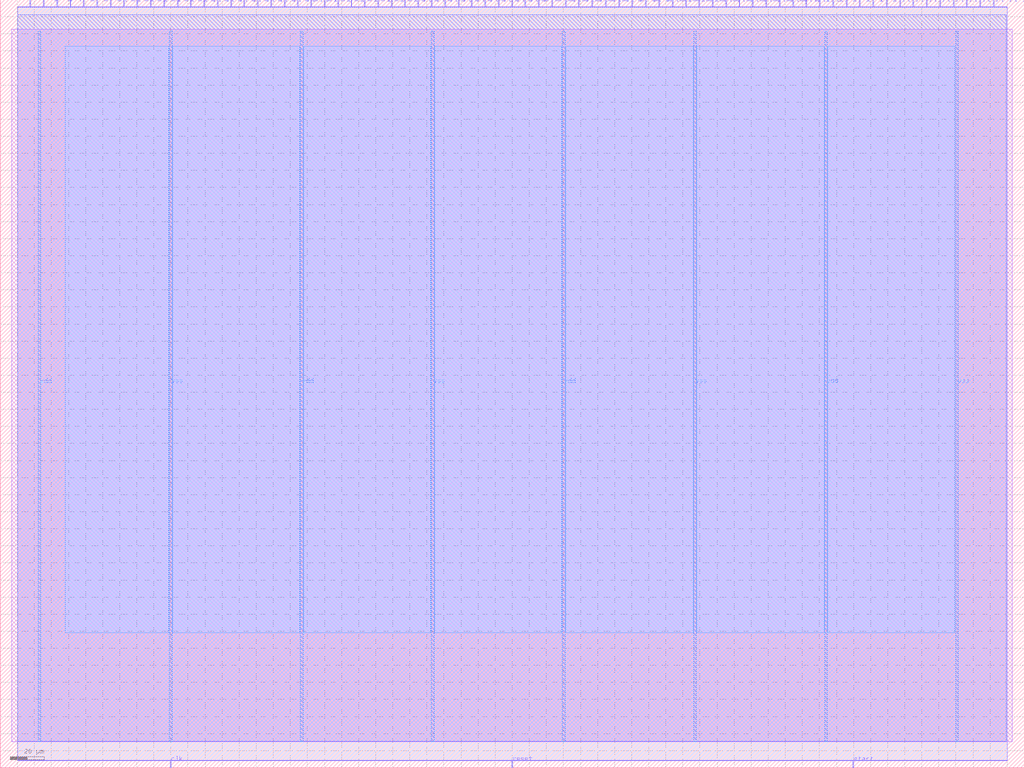
<source format=lef>
VERSION 5.7 ;
  NOWIREEXTENSIONATPIN ON ;
  DIVIDERCHAR "/" ;
  BUSBITCHARS "[]" ;
MACRO processor
  CLASS BLOCK ;
  FOREIGN processor ;
  ORIGIN 0.000 0.000 ;
  SIZE 600.000 BY 450.000 ;
  PIN Dataw_en
    DIRECTION OUTPUT TRISTATE ;
    USE SIGNAL ;
    PORT
      LAYER Metal2 ;
        RECT 40.880 446.000 41.440 450.000 ;
    END
  END Dataw_en
  PIN Serial_input
    DIRECTION INPUT ;
    USE SIGNAL ;
    PORT
      LAYER Metal2 ;
        RECT 25.200 446.000 25.760 450.000 ;
    END
  END Serial_input
  PIN Serial_output
    DIRECTION OUTPUT TRISTATE ;
    USE SIGNAL ;
    PORT
      LAYER Metal2 ;
        RECT 17.360 446.000 17.920 450.000 ;
    END
  END Serial_output
  PIN clk
    DIRECTION INPUT ;
    USE SIGNAL ;
    PORT
      LAYER Metal2 ;
        RECT 99.680 0.000 100.240 4.000 ;
    END
  END clk
  PIN data_mem_addr[0]
    DIRECTION OUTPUT TRISTATE ;
    USE SIGNAL ;
    PORT
      LAYER Metal2 ;
        RECT 354.480 446.000 355.040 450.000 ;
    END
  END data_mem_addr[0]
  PIN data_mem_addr[1]
    DIRECTION OUTPUT TRISTATE ;
    USE SIGNAL ;
    PORT
      LAYER Metal2 ;
        RECT 346.640 446.000 347.200 450.000 ;
    END
  END data_mem_addr[1]
  PIN data_mem_addr[2]
    DIRECTION OUTPUT TRISTATE ;
    USE SIGNAL ;
    PORT
      LAYER Metal2 ;
        RECT 338.800 446.000 339.360 450.000 ;
    END
  END data_mem_addr[2]
  PIN data_mem_addr[3]
    DIRECTION OUTPUT TRISTATE ;
    USE SIGNAL ;
    PORT
      LAYER Metal2 ;
        RECT 330.960 446.000 331.520 450.000 ;
    END
  END data_mem_addr[3]
  PIN data_mem_addr[4]
    DIRECTION OUTPUT TRISTATE ;
    USE SIGNAL ;
    PORT
      LAYER Metal2 ;
        RECT 323.120 446.000 323.680 450.000 ;
    END
  END data_mem_addr[4]
  PIN data_mem_addr[5]
    DIRECTION OUTPUT TRISTATE ;
    USE SIGNAL ;
    PORT
      LAYER Metal2 ;
        RECT 315.280 446.000 315.840 450.000 ;
    END
  END data_mem_addr[5]
  PIN data_mem_addr[6]
    DIRECTION OUTPUT TRISTATE ;
    USE SIGNAL ;
    PORT
      LAYER Metal2 ;
        RECT 307.440 446.000 308.000 450.000 ;
    END
  END data_mem_addr[6]
  PIN data_mem_addr[7]
    DIRECTION OUTPUT TRISTATE ;
    USE SIGNAL ;
    PORT
      LAYER Metal2 ;
        RECT 299.600 446.000 300.160 450.000 ;
    END
  END data_mem_addr[7]
  PIN hlt
    DIRECTION OUTPUT TRISTATE ;
    USE SIGNAL ;
    PORT
      LAYER Metal2 ;
        RECT 33.040 446.000 33.600 450.000 ;
    END
  END hlt
  PIN instr[0]
    DIRECTION INPUT ;
    USE SIGNAL ;
    PORT
      LAYER Metal2 ;
        RECT 581.840 446.000 582.400 450.000 ;
    END
  END instr[0]
  PIN instr[10]
    DIRECTION INPUT ;
    USE SIGNAL ;
    PORT
      LAYER Metal2 ;
        RECT 503.440 446.000 504.000 450.000 ;
    END
  END instr[10]
  PIN instr[11]
    DIRECTION INPUT ;
    USE SIGNAL ;
    PORT
      LAYER Metal2 ;
        RECT 495.600 446.000 496.160 450.000 ;
    END
  END instr[11]
  PIN instr[12]
    DIRECTION INPUT ;
    USE SIGNAL ;
    PORT
      LAYER Metal2 ;
        RECT 487.760 446.000 488.320 450.000 ;
    END
  END instr[12]
  PIN instr[13]
    DIRECTION INPUT ;
    USE SIGNAL ;
    PORT
      LAYER Metal2 ;
        RECT 479.920 446.000 480.480 450.000 ;
    END
  END instr[13]
  PIN instr[14]
    DIRECTION INPUT ;
    USE SIGNAL ;
    PORT
      LAYER Metal2 ;
        RECT 472.080 446.000 472.640 450.000 ;
    END
  END instr[14]
  PIN instr[15]
    DIRECTION INPUT ;
    USE SIGNAL ;
    PORT
      LAYER Metal2 ;
        RECT 464.240 446.000 464.800 450.000 ;
    END
  END instr[15]
  PIN instr[1]
    DIRECTION INPUT ;
    USE SIGNAL ;
    PORT
      LAYER Metal2 ;
        RECT 574.000 446.000 574.560 450.000 ;
    END
  END instr[1]
  PIN instr[2]
    DIRECTION INPUT ;
    USE SIGNAL ;
    PORT
      LAYER Metal2 ;
        RECT 566.160 446.000 566.720 450.000 ;
    END
  END instr[2]
  PIN instr[3]
    DIRECTION INPUT ;
    USE SIGNAL ;
    PORT
      LAYER Metal2 ;
        RECT 558.320 446.000 558.880 450.000 ;
    END
  END instr[3]
  PIN instr[4]
    DIRECTION INPUT ;
    USE SIGNAL ;
    PORT
      LAYER Metal2 ;
        RECT 550.480 446.000 551.040 450.000 ;
    END
  END instr[4]
  PIN instr[5]
    DIRECTION INPUT ;
    USE SIGNAL ;
    PORT
      LAYER Metal2 ;
        RECT 542.640 446.000 543.200 450.000 ;
    END
  END instr[5]
  PIN instr[6]
    DIRECTION INPUT ;
    USE SIGNAL ;
    PORT
      LAYER Metal2 ;
        RECT 534.800 446.000 535.360 450.000 ;
    END
  END instr[6]
  PIN instr[7]
    DIRECTION INPUT ;
    USE SIGNAL ;
    PORT
      LAYER Metal2 ;
        RECT 526.960 446.000 527.520 450.000 ;
    END
  END instr[7]
  PIN instr[8]
    DIRECTION INPUT ;
    USE SIGNAL ;
    PORT
      LAYER Metal2 ;
        RECT 519.120 446.000 519.680 450.000 ;
    END
  END instr[8]
  PIN instr[9]
    DIRECTION INPUT ;
    USE SIGNAL ;
    PORT
      LAYER Metal2 ;
        RECT 511.280 446.000 511.840 450.000 ;
    END
  END instr[9]
  PIN instr_mem_addr[0]
    DIRECTION OUTPUT TRISTATE ;
    USE SIGNAL ;
    PORT
      LAYER Metal2 ;
        RECT 456.400 446.000 456.960 450.000 ;
    END
  END instr_mem_addr[0]
  PIN instr_mem_addr[10]
    DIRECTION OUTPUT TRISTATE ;
    USE SIGNAL ;
    PORT
      LAYER Metal2 ;
        RECT 378.000 446.000 378.560 450.000 ;
    END
  END instr_mem_addr[10]
  PIN instr_mem_addr[11]
    DIRECTION OUTPUT TRISTATE ;
    USE SIGNAL ;
    PORT
      LAYER Metal2 ;
        RECT 370.160 446.000 370.720 450.000 ;
    END
  END instr_mem_addr[11]
  PIN instr_mem_addr[12]
    DIRECTION OUTPUT TRISTATE ;
    USE SIGNAL ;
    PORT
      LAYER Metal2 ;
        RECT 362.320 446.000 362.880 450.000 ;
    END
  END instr_mem_addr[12]
  PIN instr_mem_addr[1]
    DIRECTION OUTPUT TRISTATE ;
    USE SIGNAL ;
    PORT
      LAYER Metal2 ;
        RECT 448.560 446.000 449.120 450.000 ;
    END
  END instr_mem_addr[1]
  PIN instr_mem_addr[2]
    DIRECTION OUTPUT TRISTATE ;
    USE SIGNAL ;
    PORT
      LAYER Metal2 ;
        RECT 440.720 446.000 441.280 450.000 ;
    END
  END instr_mem_addr[2]
  PIN instr_mem_addr[3]
    DIRECTION OUTPUT TRISTATE ;
    USE SIGNAL ;
    PORT
      LAYER Metal2 ;
        RECT 432.880 446.000 433.440 450.000 ;
    END
  END instr_mem_addr[3]
  PIN instr_mem_addr[4]
    DIRECTION OUTPUT TRISTATE ;
    USE SIGNAL ;
    PORT
      LAYER Metal2 ;
        RECT 425.040 446.000 425.600 450.000 ;
    END
  END instr_mem_addr[4]
  PIN instr_mem_addr[5]
    DIRECTION OUTPUT TRISTATE ;
    USE SIGNAL ;
    PORT
      LAYER Metal2 ;
        RECT 417.200 446.000 417.760 450.000 ;
    END
  END instr_mem_addr[5]
  PIN instr_mem_addr[6]
    DIRECTION OUTPUT TRISTATE ;
    USE SIGNAL ;
    PORT
      LAYER Metal2 ;
        RECT 409.360 446.000 409.920 450.000 ;
    END
  END instr_mem_addr[6]
  PIN instr_mem_addr[7]
    DIRECTION OUTPUT TRISTATE ;
    USE SIGNAL ;
    PORT
      LAYER Metal2 ;
        RECT 401.520 446.000 402.080 450.000 ;
    END
  END instr_mem_addr[7]
  PIN instr_mem_addr[8]
    DIRECTION OUTPUT TRISTATE ;
    USE SIGNAL ;
    PORT
      LAYER Metal2 ;
        RECT 393.680 446.000 394.240 450.000 ;
    END
  END instr_mem_addr[8]
  PIN instr_mem_addr[9]
    DIRECTION OUTPUT TRISTATE ;
    USE SIGNAL ;
    PORT
      LAYER Metal2 ;
        RECT 385.840 446.000 386.400 450.000 ;
    END
  END instr_mem_addr[9]
  PIN read_data[0]
    DIRECTION INPUT ;
    USE SIGNAL ;
    PORT
      LAYER Metal2 ;
        RECT 291.760 446.000 292.320 450.000 ;
    END
  END read_data[0]
  PIN read_data[10]
    DIRECTION INPUT ;
    USE SIGNAL ;
    PORT
      LAYER Metal2 ;
        RECT 213.360 446.000 213.920 450.000 ;
    END
  END read_data[10]
  PIN read_data[11]
    DIRECTION INPUT ;
    USE SIGNAL ;
    PORT
      LAYER Metal2 ;
        RECT 205.520 446.000 206.080 450.000 ;
    END
  END read_data[11]
  PIN read_data[12]
    DIRECTION INPUT ;
    USE SIGNAL ;
    PORT
      LAYER Metal2 ;
        RECT 197.680 446.000 198.240 450.000 ;
    END
  END read_data[12]
  PIN read_data[13]
    DIRECTION INPUT ;
    USE SIGNAL ;
    PORT
      LAYER Metal2 ;
        RECT 189.840 446.000 190.400 450.000 ;
    END
  END read_data[13]
  PIN read_data[14]
    DIRECTION INPUT ;
    USE SIGNAL ;
    PORT
      LAYER Metal2 ;
        RECT 182.000 446.000 182.560 450.000 ;
    END
  END read_data[14]
  PIN read_data[15]
    DIRECTION INPUT ;
    USE SIGNAL ;
    PORT
      LAYER Metal2 ;
        RECT 174.160 446.000 174.720 450.000 ;
    END
  END read_data[15]
  PIN read_data[1]
    DIRECTION INPUT ;
    USE SIGNAL ;
    PORT
      LAYER Metal2 ;
        RECT 283.920 446.000 284.480 450.000 ;
    END
  END read_data[1]
  PIN read_data[2]
    DIRECTION INPUT ;
    USE SIGNAL ;
    PORT
      LAYER Metal2 ;
        RECT 276.080 446.000 276.640 450.000 ;
    END
  END read_data[2]
  PIN read_data[3]
    DIRECTION INPUT ;
    USE SIGNAL ;
    PORT
      LAYER Metal2 ;
        RECT 268.240 446.000 268.800 450.000 ;
    END
  END read_data[3]
  PIN read_data[4]
    DIRECTION INPUT ;
    USE SIGNAL ;
    PORT
      LAYER Metal2 ;
        RECT 260.400 446.000 260.960 450.000 ;
    END
  END read_data[4]
  PIN read_data[5]
    DIRECTION INPUT ;
    USE SIGNAL ;
    PORT
      LAYER Metal2 ;
        RECT 252.560 446.000 253.120 450.000 ;
    END
  END read_data[5]
  PIN read_data[6]
    DIRECTION INPUT ;
    USE SIGNAL ;
    PORT
      LAYER Metal2 ;
        RECT 244.720 446.000 245.280 450.000 ;
    END
  END read_data[6]
  PIN read_data[7]
    DIRECTION INPUT ;
    USE SIGNAL ;
    PORT
      LAYER Metal2 ;
        RECT 236.880 446.000 237.440 450.000 ;
    END
  END read_data[7]
  PIN read_data[8]
    DIRECTION INPUT ;
    USE SIGNAL ;
    PORT
      LAYER Metal2 ;
        RECT 229.040 446.000 229.600 450.000 ;
    END
  END read_data[8]
  PIN read_data[9]
    DIRECTION INPUT ;
    USE SIGNAL ;
    PORT
      LAYER Metal2 ;
        RECT 221.200 446.000 221.760 450.000 ;
    END
  END read_data[9]
  PIN reset
    DIRECTION INPUT ;
    USE SIGNAL ;
    PORT
      LAYER Metal2 ;
        RECT 299.600 0.000 300.160 4.000 ;
    END
  END reset
  PIN start
    DIRECTION INPUT ;
    USE SIGNAL ;
    PORT
      LAYER Metal2 ;
        RECT 499.520 0.000 500.080 4.000 ;
    END
  END start
  PIN vdd
    DIRECTION INOUT ;
    USE POWER ;
    PORT
      LAYER Metal4 ;
        RECT 22.240 15.380 23.840 431.500 ;
    END
    PORT
      LAYER Metal4 ;
        RECT 175.840 15.380 177.440 431.500 ;
    END
    PORT
      LAYER Metal4 ;
        RECT 329.440 15.380 331.040 431.500 ;
    END
    PORT
      LAYER Metal4 ;
        RECT 483.040 15.380 484.640 431.500 ;
    END
  END vdd
  PIN vss
    DIRECTION INOUT ;
    USE GROUND ;
    PORT
      LAYER Metal4 ;
        RECT 99.040 15.380 100.640 431.500 ;
    END
    PORT
      LAYER Metal4 ;
        RECT 252.640 15.380 254.240 431.500 ;
    END
    PORT
      LAYER Metal4 ;
        RECT 406.240 15.380 407.840 431.500 ;
    END
    PORT
      LAYER Metal4 ;
        RECT 559.840 15.380 561.440 431.500 ;
    END
  END vss
  PIN write_data[0]
    DIRECTION OUTPUT TRISTATE ;
    USE SIGNAL ;
    PORT
      LAYER Metal2 ;
        RECT 166.320 446.000 166.880 450.000 ;
    END
  END write_data[0]
  PIN write_data[10]
    DIRECTION OUTPUT TRISTATE ;
    USE SIGNAL ;
    PORT
      LAYER Metal2 ;
        RECT 87.920 446.000 88.480 450.000 ;
    END
  END write_data[10]
  PIN write_data[11]
    DIRECTION OUTPUT TRISTATE ;
    USE SIGNAL ;
    PORT
      LAYER Metal2 ;
        RECT 80.080 446.000 80.640 450.000 ;
    END
  END write_data[11]
  PIN write_data[12]
    DIRECTION OUTPUT TRISTATE ;
    USE SIGNAL ;
    PORT
      LAYER Metal2 ;
        RECT 72.240 446.000 72.800 450.000 ;
    END
  END write_data[12]
  PIN write_data[13]
    DIRECTION OUTPUT TRISTATE ;
    USE SIGNAL ;
    PORT
      LAYER Metal2 ;
        RECT 64.400 446.000 64.960 450.000 ;
    END
  END write_data[13]
  PIN write_data[14]
    DIRECTION OUTPUT TRISTATE ;
    USE SIGNAL ;
    PORT
      LAYER Metal2 ;
        RECT 56.560 446.000 57.120 450.000 ;
    END
  END write_data[14]
  PIN write_data[15]
    DIRECTION OUTPUT TRISTATE ;
    USE SIGNAL ;
    PORT
      LAYER Metal2 ;
        RECT 48.720 446.000 49.280 450.000 ;
    END
  END write_data[15]
  PIN write_data[1]
    DIRECTION OUTPUT TRISTATE ;
    USE SIGNAL ;
    PORT
      LAYER Metal2 ;
        RECT 158.480 446.000 159.040 450.000 ;
    END
  END write_data[1]
  PIN write_data[2]
    DIRECTION OUTPUT TRISTATE ;
    USE SIGNAL ;
    PORT
      LAYER Metal2 ;
        RECT 150.640 446.000 151.200 450.000 ;
    END
  END write_data[2]
  PIN write_data[3]
    DIRECTION OUTPUT TRISTATE ;
    USE SIGNAL ;
    PORT
      LAYER Metal2 ;
        RECT 142.800 446.000 143.360 450.000 ;
    END
  END write_data[3]
  PIN write_data[4]
    DIRECTION OUTPUT TRISTATE ;
    USE SIGNAL ;
    PORT
      LAYER Metal2 ;
        RECT 134.960 446.000 135.520 450.000 ;
    END
  END write_data[4]
  PIN write_data[5]
    DIRECTION OUTPUT TRISTATE ;
    USE SIGNAL ;
    PORT
      LAYER Metal2 ;
        RECT 127.120 446.000 127.680 450.000 ;
    END
  END write_data[5]
  PIN write_data[6]
    DIRECTION OUTPUT TRISTATE ;
    USE SIGNAL ;
    PORT
      LAYER Metal2 ;
        RECT 119.280 446.000 119.840 450.000 ;
    END
  END write_data[6]
  PIN write_data[7]
    DIRECTION OUTPUT TRISTATE ;
    USE SIGNAL ;
    PORT
      LAYER Metal2 ;
        RECT 111.440 446.000 112.000 450.000 ;
    END
  END write_data[7]
  PIN write_data[8]
    DIRECTION OUTPUT TRISTATE ;
    USE SIGNAL ;
    PORT
      LAYER Metal2 ;
        RECT 103.600 446.000 104.160 450.000 ;
    END
  END write_data[8]
  PIN write_data[9]
    DIRECTION OUTPUT TRISTATE ;
    USE SIGNAL ;
    PORT
      LAYER Metal2 ;
        RECT 95.760 446.000 96.320 450.000 ;
    END
  END write_data[9]
  OBS
      LAYER Metal1 ;
        RECT 6.720 15.380 593.040 432.730 ;
      LAYER Metal2 ;
        RECT 10.220 445.700 17.060 446.000 ;
        RECT 18.220 445.700 24.900 446.000 ;
        RECT 26.060 445.700 32.740 446.000 ;
        RECT 33.900 445.700 40.580 446.000 ;
        RECT 41.740 445.700 48.420 446.000 ;
        RECT 49.580 445.700 56.260 446.000 ;
        RECT 57.420 445.700 64.100 446.000 ;
        RECT 65.260 445.700 71.940 446.000 ;
        RECT 73.100 445.700 79.780 446.000 ;
        RECT 80.940 445.700 87.620 446.000 ;
        RECT 88.780 445.700 95.460 446.000 ;
        RECT 96.620 445.700 103.300 446.000 ;
        RECT 104.460 445.700 111.140 446.000 ;
        RECT 112.300 445.700 118.980 446.000 ;
        RECT 120.140 445.700 126.820 446.000 ;
        RECT 127.980 445.700 134.660 446.000 ;
        RECT 135.820 445.700 142.500 446.000 ;
        RECT 143.660 445.700 150.340 446.000 ;
        RECT 151.500 445.700 158.180 446.000 ;
        RECT 159.340 445.700 166.020 446.000 ;
        RECT 167.180 445.700 173.860 446.000 ;
        RECT 175.020 445.700 181.700 446.000 ;
        RECT 182.860 445.700 189.540 446.000 ;
        RECT 190.700 445.700 197.380 446.000 ;
        RECT 198.540 445.700 205.220 446.000 ;
        RECT 206.380 445.700 213.060 446.000 ;
        RECT 214.220 445.700 220.900 446.000 ;
        RECT 222.060 445.700 228.740 446.000 ;
        RECT 229.900 445.700 236.580 446.000 ;
        RECT 237.740 445.700 244.420 446.000 ;
        RECT 245.580 445.700 252.260 446.000 ;
        RECT 253.420 445.700 260.100 446.000 ;
        RECT 261.260 445.700 267.940 446.000 ;
        RECT 269.100 445.700 275.780 446.000 ;
        RECT 276.940 445.700 283.620 446.000 ;
        RECT 284.780 445.700 291.460 446.000 ;
        RECT 292.620 445.700 299.300 446.000 ;
        RECT 300.460 445.700 307.140 446.000 ;
        RECT 308.300 445.700 314.980 446.000 ;
        RECT 316.140 445.700 322.820 446.000 ;
        RECT 323.980 445.700 330.660 446.000 ;
        RECT 331.820 445.700 338.500 446.000 ;
        RECT 339.660 445.700 346.340 446.000 ;
        RECT 347.500 445.700 354.180 446.000 ;
        RECT 355.340 445.700 362.020 446.000 ;
        RECT 363.180 445.700 369.860 446.000 ;
        RECT 371.020 445.700 377.700 446.000 ;
        RECT 378.860 445.700 385.540 446.000 ;
        RECT 386.700 445.700 393.380 446.000 ;
        RECT 394.540 445.700 401.220 446.000 ;
        RECT 402.380 445.700 409.060 446.000 ;
        RECT 410.220 445.700 416.900 446.000 ;
        RECT 418.060 445.700 424.740 446.000 ;
        RECT 425.900 445.700 432.580 446.000 ;
        RECT 433.740 445.700 440.420 446.000 ;
        RECT 441.580 445.700 448.260 446.000 ;
        RECT 449.420 445.700 456.100 446.000 ;
        RECT 457.260 445.700 463.940 446.000 ;
        RECT 465.100 445.700 471.780 446.000 ;
        RECT 472.940 445.700 479.620 446.000 ;
        RECT 480.780 445.700 487.460 446.000 ;
        RECT 488.620 445.700 495.300 446.000 ;
        RECT 496.460 445.700 503.140 446.000 ;
        RECT 504.300 445.700 510.980 446.000 ;
        RECT 512.140 445.700 518.820 446.000 ;
        RECT 519.980 445.700 526.660 446.000 ;
        RECT 527.820 445.700 534.500 446.000 ;
        RECT 535.660 445.700 542.340 446.000 ;
        RECT 543.500 445.700 550.180 446.000 ;
        RECT 551.340 445.700 558.020 446.000 ;
        RECT 559.180 445.700 565.860 446.000 ;
        RECT 567.020 445.700 573.700 446.000 ;
        RECT 574.860 445.700 581.540 446.000 ;
        RECT 582.700 445.700 590.100 446.000 ;
        RECT 10.220 4.300 590.100 445.700 ;
        RECT 10.220 4.000 99.380 4.300 ;
        RECT 100.540 4.000 299.300 4.300 ;
        RECT 300.460 4.000 499.220 4.300 ;
        RECT 500.380 4.000 590.100 4.300 ;
      LAYER Metal3 ;
        RECT 10.170 15.540 589.590 441.140 ;
      LAYER Metal4 ;
        RECT 38.220 79.050 98.740 422.710 ;
        RECT 100.940 79.050 175.540 422.710 ;
        RECT 177.740 79.050 252.340 422.710 ;
        RECT 254.540 79.050 329.140 422.710 ;
        RECT 331.340 79.050 405.940 422.710 ;
        RECT 408.140 79.050 482.740 422.710 ;
        RECT 484.940 79.050 559.300 422.710 ;
  END
END processor
END LIBRARY


</source>
